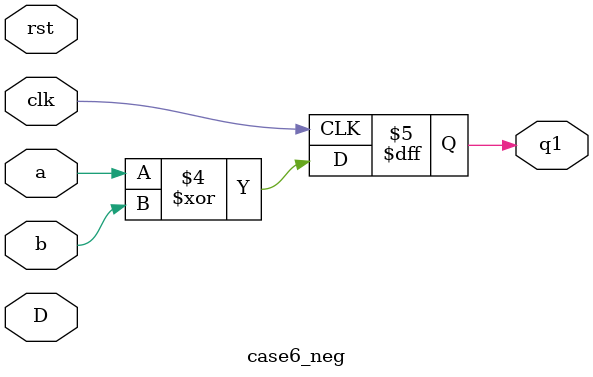
<source format=v>

module case6_neg(a,b,D, clk, rst, q1);

input D,clk, rst,a,b;
output q1;
reg q1;

always @(posedge clk)
begin
	D <= a&b;
end

always @(posedge clk)
begin
	q1 <= a^b;
end

endmodule
</source>
